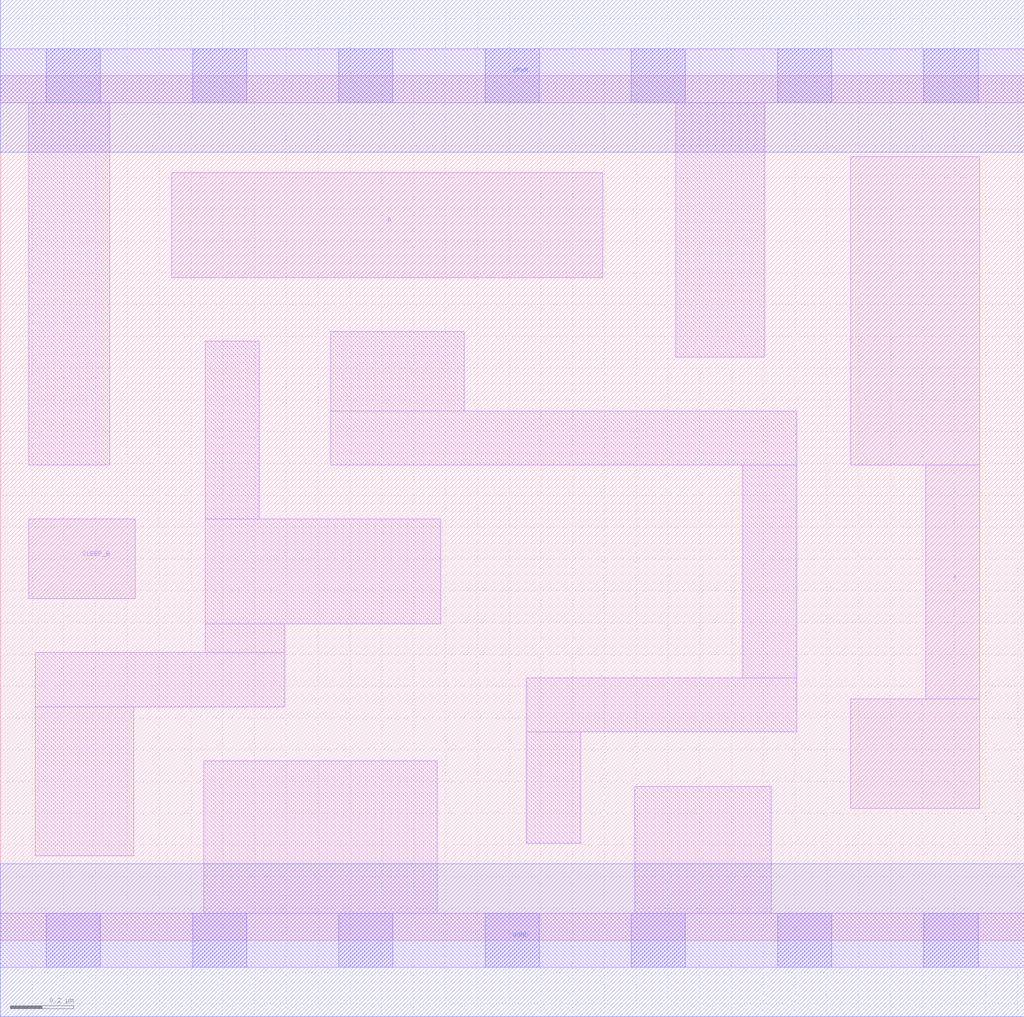
<source format=lef>
# Copyright 2020 The SkyWater PDK Authors
#
# Licensed under the Apache License, Version 2.0 (the "License");
# you may not use this file except in compliance with the License.
# You may obtain a copy of the License at
#
#     https://www.apache.org/licenses/LICENSE-2.0
#
# Unless required by applicable law or agreed to in writing, software
# distributed under the License is distributed on an "AS IS" BASIS,
# WITHOUT WARRANTIES OR CONDITIONS OF ANY KIND, either express or implied.
# See the License for the specific language governing permissions and
# limitations under the License.
#
# SPDX-License-Identifier: Apache-2.0

VERSION 5.7 ;
  NAMESCASESENSITIVE ON ;
  NOWIREEXTENSIONATPIN ON ;
  DIVIDERCHAR "/" ;
  BUSBITCHARS "[]" ;
UNITS
  DATABASE MICRONS 200 ;
END UNITS
PROPERTYDEFINITIONS
  MACRO maskLayoutSubType STRING ;
  MACRO prCellType STRING ;
  MACRO originalViewName STRING ;
END PROPERTYDEFINITIONS
MACRO sky130_fd_sc_hdll__inputiso1n_1
  CLASS CORE ;
  FOREIGN sky130_fd_sc_hdll__inputiso1n_1 ;
  ORIGIN  0.000000  0.000000 ;
  SIZE  3.220000 BY  2.720000 ;
  SYMMETRY X Y R90 ;
  SITE unithd ;
  PIN A
    ANTENNAGATEAREA  0.138600 ;
    DIRECTION INPUT ;
    USE SIGNAL ;
    PORT
      LAYER li1 ;
        RECT 0.540000 2.085000 1.895000 2.415000 ;
    END
  END A
  PIN SLEEP_B
    ANTENNAGATEAREA  0.138600 ;
    DIRECTION INPUT ;
    USE SIGNAL ;
    PORT
      LAYER li1 ;
        RECT 0.090000 1.075000 0.425000 1.325000 ;
    END
  END SLEEP_B
  PIN VGND
    ANTENNADIFFAREA  0.597450 ;
    DIRECTION INOUT ;
    USE SIGNAL ;
    PORT
      LAYER met1 ;
        RECT 0.000000 -0.240000 3.220000 0.240000 ;
    END
  END VGND
  PIN VPWR
    ANTENNADIFFAREA  0.424100 ;
    DIRECTION INOUT ;
    USE SIGNAL ;
    PORT
      LAYER met1 ;
        RECT 0.000000 2.480000 3.220000 2.960000 ;
    END
  END VPWR
  PIN X
    ANTENNADIFFAREA  0.472000 ;
    DIRECTION OUTPUT ;
    USE SIGNAL ;
    PORT
      LAYER li1 ;
        RECT 2.675000 0.415000 3.080000 0.760000 ;
        RECT 2.675000 1.495000 3.080000 2.465000 ;
        RECT 2.910000 0.760000 3.080000 1.495000 ;
    END
  END X
  OBS
    LAYER li1 ;
      RECT 0.000000 -0.085000 3.220000 0.085000 ;
      RECT 0.000000  2.635000 3.220000 2.805000 ;
      RECT 0.090000  1.495000 0.345000 2.635000 ;
      RECT 0.110000  0.265000 0.420000 0.735000 ;
      RECT 0.110000  0.735000 0.895000 0.905000 ;
      RECT 0.640000  0.085000 1.375000 0.565000 ;
      RECT 0.645000  0.905000 0.895000 0.995000 ;
      RECT 0.645000  0.995000 1.385000 1.325000 ;
      RECT 0.645000  1.325000 0.815000 1.885000 ;
      RECT 1.040000  1.495000 2.505000 1.665000 ;
      RECT 1.040000  1.665000 1.460000 1.915000 ;
      RECT 1.655000  0.305000 1.825000 0.655000 ;
      RECT 1.655000  0.655000 2.505000 0.825000 ;
      RECT 1.995000  0.085000 2.425000 0.485000 ;
      RECT 2.125000  1.835000 2.405000 2.635000 ;
      RECT 2.335000  0.825000 2.505000 1.495000 ;
    LAYER mcon ;
      RECT 0.145000 -0.085000 0.315000 0.085000 ;
      RECT 0.145000  2.635000 0.315000 2.805000 ;
      RECT 0.605000 -0.085000 0.775000 0.085000 ;
      RECT 0.605000  2.635000 0.775000 2.805000 ;
      RECT 1.065000 -0.085000 1.235000 0.085000 ;
      RECT 1.065000  2.635000 1.235000 2.805000 ;
      RECT 1.525000 -0.085000 1.695000 0.085000 ;
      RECT 1.525000  2.635000 1.695000 2.805000 ;
      RECT 1.985000 -0.085000 2.155000 0.085000 ;
      RECT 1.985000  2.635000 2.155000 2.805000 ;
      RECT 2.445000 -0.085000 2.615000 0.085000 ;
      RECT 2.445000  2.635000 2.615000 2.805000 ;
      RECT 2.905000 -0.085000 3.075000 0.085000 ;
      RECT 2.905000  2.635000 3.075000 2.805000 ;
  END
  PROPERTY maskLayoutSubType "abstract" ;
  PROPERTY prCellType "standard" ;
  PROPERTY originalViewName "layout" ;
END sky130_fd_sc_hdll__inputiso1n_1
END LIBRARY

</source>
